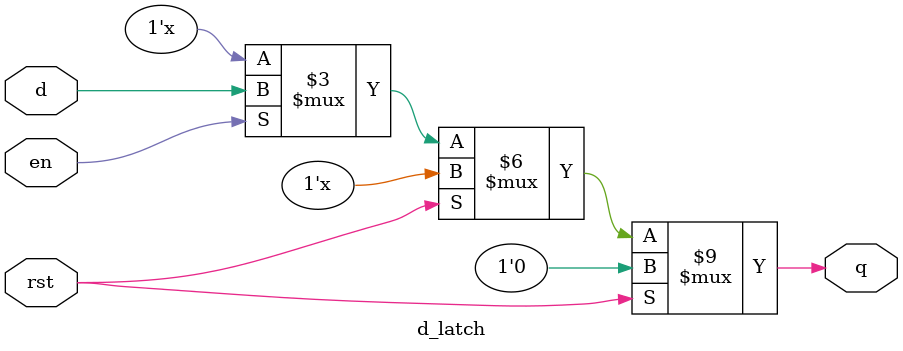
<source format=v>
module d_latch(input d,en,rst, output reg q);
always @(*) begin
	if(rst) q=0;
	else if (en) q=d;
end
endmodule

</source>
